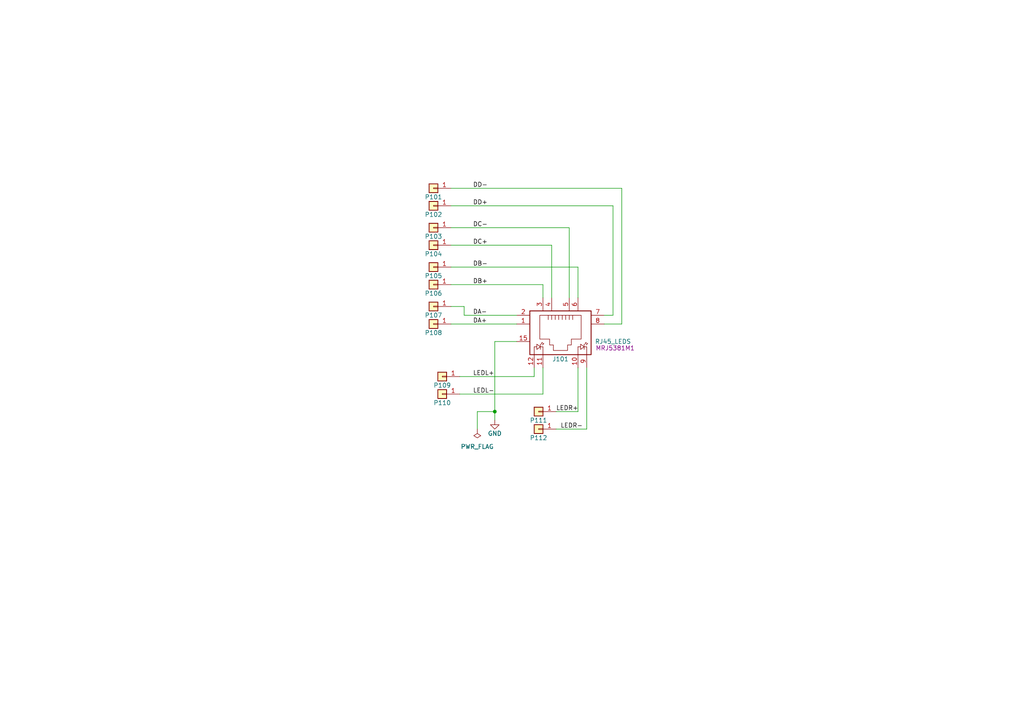
<source format=kicad_sch>
(kicad_sch (version 20231120) (generator "eeschema") (generator_version "8.0")
  (paper "A4")
  (title_block (title "rj45 panel mount breakout") (date "2025-01-27") (rev "v1.1.0"))
  (lib_symbols
    (symbol "Connector_Generic:Conn_01x01" (pin_names (offset 1.016) hide)
      (property "Reference" "J" (at 0 2.54 0))
      (property "Value" "Conn_01x01" (at 0 -2.54 0))
      (symbol "Conn_01x01_1_1"
        (rectangle (start -1.27 0.127) (end 0 -0.127) (stroke (width 0.1524)))
        (rectangle (start -1.27 1.27) (end 1.27 -1.27) (stroke (width 0.254)) (fill (type background)))
        (pin passive line (at -5.08 0 0) (length 3.81) (name "Pin_1") (number "1"))
      )
    )
    (symbol "Local:RJ45_LEDS" (pin_names (offset 1.016))
      (property "Reference" "J" (at 0 -7.62 0))
      (property "Value" "RJ45_LEDS" (at 15.24 -2.54 0))
      (symbol "RJ45_LEDS_0_1"
        (rectangle (start -8.89 -6.35) (end 8.89 6.35) (stroke (width 0.254)))
        (polyline (pts (xy -7.62 -4.064) (xy -7.62 -6.35)))
        (polyline (pts (xy -5.08 -4.064) (xy -5.08 -6.35)))
        (polyline (pts (xy -3.556 3.81) (xy -3.556 5.08)))
        (polyline (pts (xy -2.54 5.08) (xy -2.54 3.81)))
        (polyline (pts (xy -1.524 5.08) (xy -1.524 3.81)))
        (polyline (pts (xy -0.508 5.08) (xy -0.508 3.81)))
        (polyline (pts (xy 0.508 5.08) (xy 0.508 3.81)))
        (polyline (pts (xy 1.524 5.08) (xy 1.524 3.81)))
        (polyline (pts (xy 2.54 5.08) (xy 2.54 3.81)))
        (polyline (pts (xy 3.556 5.08) (xy 3.556 3.81)))
        (polyline (pts (xy 5.08 -4.064) (xy 5.08 -6.35)))
        (polyline (pts (xy 7.62 -4.064) (xy 7.62 -6.35)))
        (polyline (pts (xy -5.588 -3.302) (xy -5.207 -2.794) (xy -5.461 -2.921)))
        (polyline (pts (xy -5.207 -3.556) (xy -4.826 -3.048) (xy -5.08 -3.175)))
        (polyline (pts (xy 7.112 -3.302) (xy 7.493 -2.794) (xy 7.239 -2.921)))
        (polyline (pts (xy 7.493 -3.556) (xy 7.874 -3.048) (xy 7.62 -3.175)))
        (polyline (pts (xy -5.842 -3.302) (xy -5.842 -4.826) (xy -5.842 -4.064) (xy -5.08 -4.064)))
        (polyline (pts (xy 6.858 -3.302) (xy 6.858 -4.826) (xy 6.858 -4.064) (xy 7.62 -4.064)))
        (polyline (pts (xy -7.62 -4.064) (xy -6.858 -4.064) (xy -6.858 -3.302) (xy -5.842 -4.064) (xy -6.858 -4.826) (xy -6.858 -4.064)))
        (polyline (pts (xy 5.08 -4.064) (xy 5.842 -4.064) (xy 5.842 -3.302) (xy 6.858 -4.064) (xy 5.842 -4.826) (xy 5.842 -4.064)))
        (polyline (pts (xy -5.9944 5.08) (xy 5.9944 5.08) (xy 5.9944 -1.8288) (xy 3.1496 -1.8288) (xy 3.1496 -3.5306) (xy 2.0574 -3.5306) (xy 2.0574 -5.1308) (xy -2.0574 -5.1308) (xy -2.0574 -3.5306) (xy -3.1496 -3.5306) (xy -3.1496 -1.8288) (xy -5.9944 -1.8288) (xy -5.9944 5.08)))
      )
      (symbol "RJ45_LEDS_1_1"
        (pin passive line (at -12.7 2.54 0) (length 3.81) (name "~") (number "1"))
        (pin passive line (at 5.08 -10.16 90) (length 3.81) (name "~") (number "10"))
        (pin passive line (at -5.08 -10.16 90) (length 3.81) (name "~") (number "11"))
        (pin passive line (at -7.62 -10.16 90) (length 3.81) (name "~") (number "12"))
        (pin passive line (at -12.7 -2.54 0) (length 3.81) (name "~") (number "15"))
        (pin passive line (at -12.7 5.08 0) (length 3.81) (name "~") (number "2"))
        (pin passive line (at -5.08 10.16 270) (length 3.81) (name "~") (number "3"))
        (pin passive line (at -2.54 10.16 270) (length 3.81) (name "~") (number "4"))
        (pin passive line (at 2.54 10.16 270) (length 3.81) (name "~") (number "5"))
        (pin passive line (at 5.08 10.16 270) (length 3.81) (name "~") (number "6"))
        (pin passive line (at 12.7 5.08 180) (length 3.81) (name "~") (number "7"))
        (pin passive line (at 12.7 2.54 180) (length 3.81) (name "~") (number "8"))
        (pin passive line (at 7.62 -10.16 90) (length 3.81) (name "~") (number "9"))
      )
    )
    (symbol "power:GND" (power) (pin_numbers hide) (pin_names (offset 0) hide)
      (property "Value" "GND" (at 0 -3.81 0))
      (symbol "GND_0_1"
        (polyline (pts (xy 0 0) (xy 0 -1.27) (xy 1.27 -1.27) (xy 0 -2.54) (xy -1.27 -1.27) (xy 0 -1.27)))
      )
      (symbol "GND_1_1"
        (pin power_in line (at 0 0 270) (length 0) (name "~") (number "1"))
      )
    )
    (symbol "power:PWR_FLAG" (power) (pin_numbers hide) (pin_names (offset 0) hide)
      (property "Value" "PWR_FLAG" (at 0 3.81 0))
      (symbol "PWR_FLAG_0_0"
        (pin power_out line (at 0 0 90) (length 0) (name "~") (number "1"))
      )
      (symbol "PWR_FLAG_0_1"
        (polyline (pts (xy 0 0) (xy 0 1.27) (xy -1.016 1.905) (xy 0 2.54) (xy 1.016 1.905) (xy 0 1.27)))
      )
    )
  )
  (junction (at 143.51 119.38))
  (wire (pts (xy 130.81 82.55) (xy 157.48 82.55)))
  (wire (pts (xy 149.86 99.06) (xy 143.51 99.06)))
  (wire (pts (xy 138.43 119.38) (xy 143.51 119.38)))
  (wire (pts (xy 160.02 71.12) (xy 160.02 86.36)))
  (wire (pts (xy 167.64 77.47) (xy 167.64 86.36)))
  (wire (pts (xy 133.35 114.3) (xy 157.48 114.3)))
  (wire (pts (xy 149.86 91.44) (xy 134.62 91.44)))
  (wire (pts (xy 130.81 59.69) (xy 177.8 59.69)))
  (wire (pts (xy 180.34 93.98) (xy 175.26 93.98)))
  (wire (pts (xy 154.94 106.68) (xy 154.94 109.22)))
  (wire (pts (xy 134.62 91.44) (xy 134.62 88.9)))
  (wire (pts (xy 154.94 109.22) (xy 133.35 109.22)))
  (wire (pts (xy 157.48 114.3) (xy 157.48 106.68)))
  (wire (pts (xy 167.64 119.38) (xy 167.64 106.68)))
  (wire (pts (xy 177.8 59.69) (xy 177.8 91.44)))
  (wire (pts (xy 157.48 82.55) (xy 157.48 86.36)))
  (wire (pts (xy 161.29 119.38) (xy 167.64 119.38)))
  (wire (pts (xy 130.81 66.04) (xy 165.1 66.04)))
  (wire (pts (xy 134.62 88.9) (xy 130.81 88.9)))
  (wire (pts (xy 130.81 77.47) (xy 167.64 77.47)))
  (wire (pts (xy 130.81 71.12) (xy 160.02 71.12)))
  (wire (pts (xy 170.18 124.46) (xy 161.29 124.46)))
  (wire (pts (xy 170.18 106.68) (xy 170.18 124.46)))
  (wire (pts (xy 143.51 119.38) (xy 143.51 121.92)))
  (wire (pts (xy 180.34 54.61) (xy 180.34 93.98)))
  (wire (pts (xy 130.81 54.61) (xy 180.34 54.61)))
  (wire (pts (xy 138.43 124.46) (xy 138.43 119.38)))
  (wire (pts (xy 165.1 66.04) (xy 165.1 86.36)))
  (wire (pts (xy 130.81 93.98) (xy 149.86 93.98)))
  (wire (pts (xy 143.51 99.06) (xy 143.51 119.38)))
  (wire (pts (xy 177.8 91.44) (xy 175.26 91.44)))
  (label "DA+" (at 137.16 93.98 0))
  (label "DD+" (at 137.16 59.69 0))
  (label "DC-" (at 137.16 66.04 0))
  (label "LEDL-" (at 137.16 114.3 0))
  (label "DD-" (at 137.16 54.61 0))
  (label "LEDR-" (at 162.56 124.46 0))
  (label "LEDL+" (at 137.16 109.22 0))
  (label "DB-" (at 137.16 77.47 0))
  (label "DC+" (at 137.16 71.12 0))
  (label "DB+" (at 137.16 82.55 0))
  (label "LEDR+" (at 161.29 119.38 0))
  (label "DA-" (at 137.16 91.44 0))
  (symbol (lib_id "Local:RJ45_LEDS") (at 162.56 96.52 0) (unit 1)
    (property "Reference" "J101" (at 162.56 104.14 0))
    (property "Value" "RJ45_LEDS" (at 177.8 99.06 0))
    (property "Footprint" "Local:rj45-8-pm" (effects (hide yes)))
    (property "Manufacturer" "Amphenol" (effects (hide yes)))
    (property "PartNum" "MRJ5381M1" (at 178.435 100.965 0))
  )
  (symbol (lib_id "Connector_Generic:Conn_01x01") (at 125.73 88.9 180) (unit 1)
    (property "Reference" "P107" (at 125.73 91.44 0))
    (property "Value" "CONN_01X01" (effects (hide yes)))
    (property "Footprint" "Local:wire_50x30mil" (effects (hide yes)))
  )
  (symbol (lib_id "Connector_Generic:Conn_01x01") (at 125.73 93.98 180) (unit 1)
    (property "Reference" "P108" (at 125.73 96.52 0))
    (property "Value" "CONN_01X01" (effects (hide yes)))
    (property "Footprint" "Local:wire_50x30mil" (effects (hide yes)))
  )
  (symbol (lib_id "Connector_Generic:Conn_01x01") (at 125.73 82.55 180) (unit 1)
    (property "Reference" "P106" (at 125.73 85.09 0))
    (property "Value" "CONN_01X01" (effects (hide yes)))
    (property "Footprint" "Local:wire_50x30mil" (effects (hide yes)))
  )
  (symbol (lib_id "Connector_Generic:Conn_01x01") (at 125.73 77.47 180) (unit 1)
    (property "Reference" "P105" (at 125.73 80.01 0))
    (property "Value" "CONN_01X01" (effects (hide yes)))
    (property "Footprint" "Local:wire_50x30mil" (effects (hide yes)))
  )
  (symbol (lib_id "Connector_Generic:Conn_01x01") (at 128.27 109.22 180) (unit 1)
    (property "Reference" "P109" (at 128.27 111.76 0))
    (property "Value" "CONN_01X01" (effects (hide yes)))
    (property "Footprint" "Local:wire_50x30mil" (effects (hide yes)))
  )
  (symbol (lib_id "Connector_Generic:Conn_01x01") (at 128.27 114.3 180) (unit 1)
    (property "Reference" "P110" (at 128.27 116.84 0))
    (property "Value" "CONN_01X01" (effects (hide yes)))
    (property "Footprint" "Local:wire_50x30mil" (effects (hide yes)))
  )
  (symbol (lib_id "Connector_Generic:Conn_01x01") (at 156.21 119.38 180) (unit 1)
    (property "Reference" "P111" (at 156.21 121.92 0))
    (property "Value" "CONN_01X01" (effects (hide yes)))
    (property "Footprint" "Local:wire_50x30mil" (effects (hide yes)))
  )
  (symbol (lib_id "Connector_Generic:Conn_01x01") (at 156.21 124.46 180) (unit 1)
    (property "Reference" "P112" (at 156.21 127 0))
    (property "Value" "CONN_01X01" (effects (hide yes)))
    (property "Footprint" "Local:wire_50x30mil" (effects (hide yes)))
  )
  (symbol (lib_id "Connector_Generic:Conn_01x01") (at 125.73 71.12 180) (unit 1)
    (property "Reference" "P104" (at 125.73 73.66 0))
    (property "Value" "CONN_01X01" (effects (hide yes)))
    (property "Footprint" "Local:wire_50x30mil" (effects (hide yes)))
  )
  (symbol (lib_id "Connector_Generic:Conn_01x01") (at 125.73 66.04 180) (unit 1)
    (property "Reference" "P103" (at 125.73 68.58 0))
    (property "Value" "CONN_01X01" (effects (hide yes)))
    (property "Footprint" "Local:wire_50x30mil" (effects (hide yes)))
  )
  (symbol (lib_id "Connector_Generic:Conn_01x01") (at 125.73 59.69 180) (unit 1)
    (property "Reference" "P102" (at 125.73 62.23 0))
    (property "Value" "CONN_01X01" (effects (hide yes)))
    (property "Footprint" "Local:wire_50x30mil" (effects (hide yes)))
  )
  (symbol (lib_id "Connector_Generic:Conn_01x01") (at 125.73 54.61 180) (unit 1)
    (property "Reference" "P101" (at 125.73 57.15 0))
    (property "Value" "CONN_01X01" (effects (hide yes)))
    (property "Footprint" "Local:wire_50x30mil" (effects (hide yes)))
  )
  (symbol (lib_id "power:GND") (at 143.51 121.92 0) (unit 1)
    (property "Reference" "#PWR01" (effects (hide yes)))
    (property "Value" "GND" (at 143.51 125.73 0))
    (property "Description" "Power symbol creates a global label with name \"GND\" , ground" (effects (hide yes)))
  )
  (symbol (lib_id "power:PWR_FLAG") (at 138.43 124.46 180) (unit 1)
    (property "Reference" "#FLG01" (effects (hide yes)))
    (property "Value" "PWR_FLAG" (at 138.43 129.54 0))
    (property "Description" "Special symbol for telling ERC where power comes from" (effects (hide yes)))
  )
)
</source>
